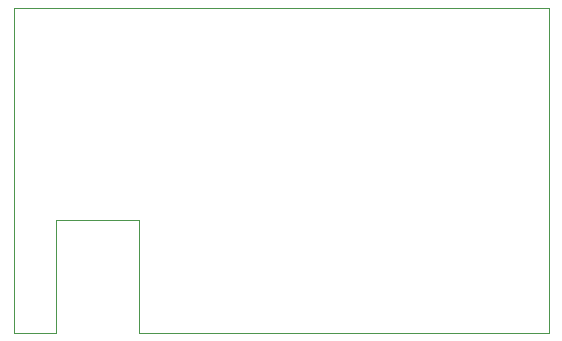
<source format=gbr>
G04 #@! TF.GenerationSoftware,KiCad,Pcbnew,(5.1.5)-3*
G04 #@! TF.CreationDate,2020-06-09T10:15:54-04:00*
G04 #@! TF.ProjectId,ble_mvp_1A-rev2-ButtonDaughter,626c655f-6d76-4705-9f31-412d72657632,rev?*
G04 #@! TF.SameCoordinates,Original*
G04 #@! TF.FileFunction,Profile,NP*
%FSLAX46Y46*%
G04 Gerber Fmt 4.6, Leading zero omitted, Abs format (unit mm)*
G04 Created by KiCad (PCBNEW (5.1.5)-3) date 2020-06-09 10:15:54*
%MOMM*%
%LPD*%
G04 APERTURE LIST*
%ADD10C,0.050000*%
G04 APERTURE END LIST*
D10*
X135300000Y-104000000D02*
X170000000Y-104000000D01*
X124700000Y-104000000D02*
X128300000Y-104000000D01*
X135300000Y-94450000D02*
X135300000Y-104000000D01*
X128300000Y-94450000D02*
X135300000Y-94450000D01*
X128300000Y-104000000D02*
X128300000Y-94450000D01*
X124700000Y-104000000D02*
X124700000Y-76500000D01*
X170000000Y-76500000D02*
X170000000Y-104000000D01*
X124700000Y-76500000D02*
X170000000Y-76500000D01*
M02*

</source>
